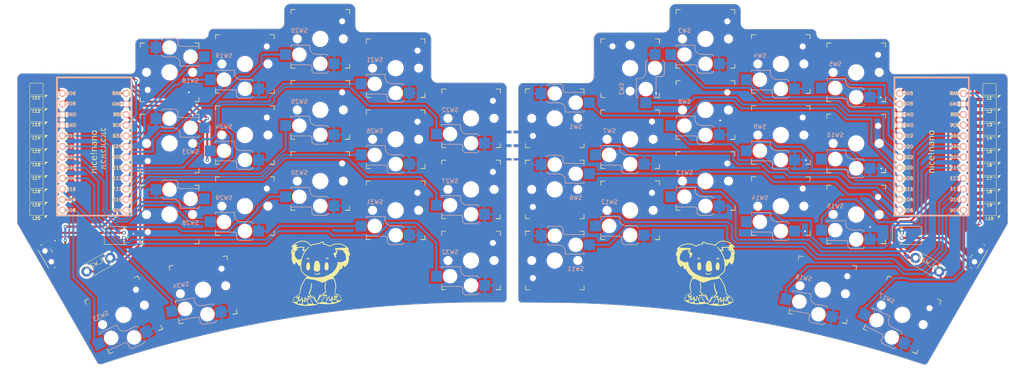
<source format=kicad_pcb>
(kicad_pcb (version 20221018) (generator pcbnew)
  (layers (0 "F.Cu" signal) (31 "B.Cu" signal) (34 "B.Paste" user) (35 "F.Paste" user) (36 "B.SilkS" user "B.Silkscreen") (37 "F.SilkS" user "F.Silkscreen") (38 "B.Mask" user) (39 "F.Mask" user) (44 "Edge.Cuts" user))
  (net 0 "")
  (net 1 "BAT+_L")
  (net 2 "GND_L")
  (net 3 "BAT+_R")
  (net 4 "GND_R")
  (net 5 "VCC_L")
  (net 6 "Net-(L1-DOUT)")
  (net 7 "LED_L")
  (net 8 "Net-(L2-DOUT)")
  (net 9 "Net-(L3-DOUT)")
  (net 10 "Net-(L4-DOUT)")
  (net 11 "Net-(L5-DOUT)")
  (net 12 "Net-(L6-DOUT)")
  (net 13 "Net-(L7-DOUT)")
  (net 14 "Net-(L8-DOUT)")
  (net 15 "Net-(L10-DIN)")
  (net 17 "VCC_R")
  (net 18 "Net-(L11-DOUT)")
  (net 19 "LED_R")
  (net 20 "Net-(L12-DOUT)")
  (net 21 "Net-(L13-DOUT)")
  (net 22 "Net-(L14-DOUT)")
  (net 23 "Net-(L15-DOUT)")
  (net 24 "Net-(L16-DOUT)")
  (net 25 "Net-(L17-DOUT)")
  (net 26 "Net-(L18-DOUT)")
  (net 27 "Net-(L19-DOUT)")
  (net 29 "BAT_SW_L")
  (net 35 "BAT_SW_R")
  (net 41 "RST_L")
  (net 42 "RST_R")
  (net 43 "SW1")
  (net 44 "SW2")
  (net 45 "SW3")
  (net 46 "SW4")
  (net 47 "SW5")
  (net 48 "SW6")
  (net 49 "SW7")
  (net 50 "SW8")
  (net 51 "SW9")
  (net 52 "SW10")
  (net 53 "SW11")
  (net 54 "SW12")
  (net 55 "SW13")
  (net 56 "SW14")
  (net 57 "SW15")
  (net 58 "SW16")
  (net 59 "SW17")
  (net 60 "SW18")
  (net 61 "SW19")
  (net 62 "SW20")
  (net 63 "SW21")
  (net 64 "SW22")
  (net 65 "SW23")
  (net 66 "SW24")
  (net 67 "SW27")
  (net 68 "SW28")
  (net 69 "SW29")
  (net 70 "SW30")
  (net 71 "SW33")
  (net 72 "SW34")
  (net 73 "SW25")
  (net 74 "SW32")
  (net 75 "SW26")
  (net 76 "SW31")
  (footprint "KoalaKeeb:SK6812-MINI-E" (layer "F.Cu") (at 46.2 70.8)
    (fp_text reference "L20")
    (fp_text value "~" hide)
  )
  (footprint "KoalaKeeb:Koalalogo" (layer "F.Cu") (at 114 86)
    (fp_text reference "G***" hide)
    (fp_text value "LOGO" hide)
  )
  (footprint "KoalaKeeb:SK6812-MINI-E" (layer "F.Cu") (at 273.85 48.45)
    (fp_text reference "L3")
    (fp_text value "~" hide)
  )
  (footprint "KoalaKeeb:Kailh_socket_PG1350" (layer "F.Cu") (at 242 55)
    (fp_text reference "SW10")
    (fp_text value "Switch_SW_Push")
  )
  (footprint "KoalaKeeb:JLC 2Pin" (layer "F.Cu") (at 67.096 77 -90)
    (fp_text reference "J2")
    (fp_text value "JLC_Battery_Con_R")
  )
  (footprint "KoalaKeeb:Kailh_socket_PG1350" (layer "F.Cu") (at 150 66)
    (fp_text reference "SW27")
    (fp_text value "Switch_SW_Push")
  )
  (footprint "KoalaKeeb:SK6812-MINI-E" (layer "F.Cu") (at 46.2 58)
    (fp_text reference "L16")
    (fp_text value "~" hide)
  )
  (footprint "KoalaKeeb:Kailh_socket_PG1350" (layer "F.Cu") (at 234 90 -10)
    (fp_text reference "SW16")
    (fp_text value "Switch_SW_Push")
  )
  (footprint "KoalaKeeb:SK6812-MINI-E" (layer "F.Cu") (at 46.2 54.8)
    (fp_text reference "L15")
    (fp_text value "~" hide)
  )
  (footprint "KoalaKeeb:SK6812-MINI-E" (layer "F.Cu") (at 273.85 67.65)
    (fp_text reference "L9")
    (fp_text value "~" hide)
  )
  (footprint "KoalaKeeb:SK6812-MINI-E" (layer "F.Cu") (at 273.85 42.05)
    (fp_text reference "L1")
    (fp_text value "~" hide)
  )
  (footprint "KoalaKeeb:Kailh_socket_PG1350" (layer "F.Cu") (at 132 37)
    (fp_text reference "SW21")
    (fp_text value "Switch_SW_Push")
  )
  (footprint "KoalaKeeb:TS-1136-4.3" (layer "F.Cu") (at 259 84 -30)
    (fp_text reference "RSW_L1")
    (fp_text value "Switch_SW_Push")
  )
  (footprint "KoalaKeeb:Kailh_socket_PG1350" (layer "F.Cu") (at 96 53)
    (fp_text reference "SW24")
    (fp_text value "Switch_SW_Push")
  )
  (footprint "KoalaKeeb:SK6812-MINI-E" (layer "F.Cu") (at 273.85 54.85)
    (fp_text reference "L5")
    (fp_text value "~" hide)
  )
  (footprint "KoalaKeeb:Kailh_socket_PG1350" (layer "F.Cu") (at 78 55 180)
    (fp_text reference "SW23")
    (fp_text value "Switch_SW_Push")
  )
  (footprint "KoalaKeeb:SK6812-MINI-E" (layer "F.Cu") (at 46.2 45.2)
    (fp_text reference "L12")
    (fp_text value "~" hide)
  )
  (footprint "KoalaKeeb:Kailh_socket_PG1350" (layer "F.Cu") (at 224 36)
    (fp_text reference "SW4")
    (fp_text value "Switch_SW_Push")
  )
  (footprint "KoalaKeeb:Kailh_socket_PG1350" (layer "F.Cu") (at 242 72)
    (fp_text reference "SW15")
    (fp_text value "Switch_SW_Push")
  )
  (footprint "KoalaKeeb:SK6812-MINI-E" (layer "F.Cu") (at 46.2 42)
    (fp_text reference "L11")
    (fp_text value "~" hide)
  )
  (footprint "KoalaKeeb:Kailh_socket_PG1350" (layer "F.Cu") (at 96 70)
    (fp_text reference "SW29")
    (fp_text value "Switch_SW_Push")
  )
  (footprint "KoalaKeeb:Kailh_socket_PG1350" (layer "F.Cu") (at 86 90 10)
    (fp_text reference "SW34")
    (fp_text value "Switch_SW_Push")
  )
  (footprint "KoalaKeeb:Kailh_socket_PG1350" (layer "F.Cu") (at 96 36)
    (fp_text reference "SW19")
    (fp_text value "Switch_SW_Push")
  )
  (footprint "KoalaKeeb:Kailh_socket_PG1350" (layer "F.Cu") (at 67 96 25)
    (fp_text reference "SW33")
    (fp_text value "Switch_SW_Push")
  )
  (footprint "KoalaKeeb:SK6812-MINI-E" (layer "F.Cu") (at 273.85 61.25)
    (fp_text reference "L7")
    (fp_text value "~" hide)
  )
  (footprint "KoalaKeeb:SK6812-MINI-E" (layer "F.Cu") (at 46.2 67.6)
    (fp_text reference "L19")
    (fp_text value "~" hide)
  )
  (footprint "KoalaKeeb:MSK12C02" (layer "F.Cu") (at 49 82 -60)
    (fp_text reference "power_switch_R1" hide)
    (fp_text value "MSK12C02" hide)
  )
  (footprint "KoalaKeeb:Kailh_socket_PG1350" (layer "F.Cu") (at 132 54)
    (fp_text reference "SW26")
    (fp_text value "Switch_SW_Push")
  )
  (footprint "KoalaKeeb:Kailh_socket_PG1350" (layer "F.Cu") (at 170 49 180)
    (fp_text reference "SW1")
    (fp_text value "Switch_SW_Push")
  )
  (footprint "KoalaKeeb:Kailh_socket_PG1350" (layer "F.Cu") (at 188 71)
    (fp_text reference "SW12")
    (fp_text value "Switch_SW_Push")
  )
  (footprint "KoalaKeeb:Kailh_socket_PG1350" (layer "F.Cu") (at 114 64)
    (fp_text reference "SW30")
    (fp_text value "Switch_SW_Push")
  )
  (footprint "KoalaKeeb:SK6812-MINI-E" (layer "F.Cu") (at 46.2 64.4)
    (fp_text reference "L18")
    (fp_text value "~" hide)
  )
  (footprint "KoalaKeeb:Kailh_socket_PG1350" (layer "F.Cu") (at 206 47)
    (fp_text reference "SW8")
    (fp_text value "Switch_SW_Push")
  )
  (footprint "KoalaKeeb:MSK12C02" (layer "F.Cu") (at 271 82 60)
    (fp_text reference "power_switch_L1" hide)
    (fp_text value "MSK12C02" hide)
  )
  (footprint "KoalaKeeb:SK6812-MINI-E" (layer "F.Cu") (at 46.2 48.4)
    (fp_text reference "L13")
    (fp_text value "~" hide)
  )
  (footprint "KoalaKeeb:Kailh_socket_PG1350" (layer "F.Cu") (at 253 96 -25)
    (fp_text reference "SW17")
    (fp_text value "Switch_SW_Push")
  )
  (footprint "KoalaKeeb:JLC 2Pin" (layer "F.Cu") (at 252.904 77 90)
    (fp_text reference "J1")
    (fp_text value "JLC_Battery_Con_L")
  )
  (footprint "KoalaKeeb:Kailh_socket_PG1350" (layer "F.Cu") (at 132 71)
    (fp_text reference "SW31")
    (fp_text value "Switch_SW_Push")
  )
  (footprint "KoalaKeeb:Kailh_socket_PG1350" (layer "F.Cu") (at 170 66 180)
    (fp_text reference "SW6")
    (fp_text value "Switch_SW_Push")
  )
  (footprint "KoalaKeeb:nice!nano" (layer "F.Cu") (at 260 57 -90)
    (fp_text reference "U1" hide)
    (fp_text value "Nice!Nano_L" hide)
  )
  (footprint "KoalaKeeb:Kailh_socket_PG1350" (layer "F.Cu") (at 206 64)
    (fp_text reference "SW13")
    (fp_text value "Switch_SW_Push")
  )
  (footprint "KoalaKeeb:Kailh_socket_PG1350" (layer "F.Cu") (at 206 30)
    (fp_text reference "SW3")
    (fp_text value "Switch_SW_Push")
  )
  (footprint "KoalaKeeb:SK6812-MINI-E" (layer "F.Cu") (at 273.85 58.05)
    (fp_text reference "L6")
    (fp_text value "~" hide)
  )
  (footprint "KoalaKeeb:Kailh_socket_PG1350" (layer "F.Cu") (at 242 38)
    (fp_text reference "SW5")
    (fp_text value "Switch_SW_Push")
  )
  (footprint "KoalaKeeb:Kailh_socket_PG1350" (layer "F.Cu") (at 78 72 180)
    (fp_text reference "SW28")
    (fp_text value "Switch_SW_Push")
  )
  (footprint "KoalaKeeb:Kailh_socket_PG1350" (layer "F.Cu") (at 224 70)
    (fp_text reference "SW14")
    (fp_text value "Switch_SW_Push")
  )
  (footprint "KoalaKeeb:Kailh_socket_PG1350" (layer "F.Cu") (at 150 83)
    (fp_text reference "SW32")
    (fp_text value "Switch_SW_Push")
  )
  (footprint "KoalaKeeb:SK6812-MINI-E" (layer "F.Cu") (at 46.2 51.6)
    (fp_text reference "L14")
    (fp_text value "~" hide)
  )
  (footprint "KoalaKeeb:Kailh_socket_PG1350" (layer "F.Cu") (at 188 37 90)
    (fp_text reference "SW2")
    (fp_text value "Switch_SW_Push")
  )
  (footprint "KoalaKeeb:Kailh_socket_PG1350" (layer "F.Cu") (at 78 38 180)
    (fp_text reference "SW18")
    (fp_text value "Switch_SW_Push")
  )
  (footprint "KoalaKeeb:TS-1136-4.3" (layer "F.Cu") (at 61 84 30)
    (fp_text reference "RSW_R1")
    (fp_text value "Switch_SW_Push")
  )
  (footprint "KoalaKeeb:nice!nano" (layer "F.Cu") (at 60 57 -90)
    (fp_text reference "U2" hide)
    (fp_text value "Nice!Nano_R" hide)
  )
  (footprint "KoalaKeeb:Kailh_socket_PG1350" (layer "F.Cu") (at 114 30)
    (fp_text reference "SW20")
    (fp_text value "Switch_SW_Push")
  )
  (footprint "KoalaKeeb:Kailh_socket_PG1350" (layer "F.Cu") (at 114 47)
    (fp_text reference "SW25")
    (fp_text value "Switch_SW_Push")
  )
  (footprint "KoalaKeeb:Kailh_socket_PG1350" (layer "F.Cu") (at 150 49)
    (fp_text reference "SW22")
    (fp_text value "Switch_SW_Push")
  )
  (footprint "KoalaKeeb:Kailh_socket_PG1350" (layer "F.Cu") (at 188 54)
    (fp_text reference "SW7")
    (fp_text value "Switch_SW_Push")
  )
  (footprint "KoalaKeeb:SK6812-MINI-E" (layer "F.Cu") (at 46.2 61.2)
    (fp_text reference "L17")
    (fp_text value "~" hide)
  )
  (footprint "KoalaKeeb:SK6812-MINI-E" (layer "F.Cu") (at 273.85 45.25)
    (fp_text reference "L2")
    (fp_text value "~" hide)
  )
  (footprint "KoalaKeeb:Kailh_socket_PG1350" (layer "F.Cu") (at 224 53)
    (fp_text reference "SW9")
    (fp_text value "Switch_SW_Push")
  )
  (footprint "KoalaKeeb:SK6812-MINI-E" (layer "F.Cu") (at 273.85 51.65)
    (fp_text reference "L4")
    (fp_text value "~" hide)
  )
  (footprint "KoalaKeeb:SK6812-MINI-E" (layer "F.Cu") (at 273.85 64.45)
    (fp_text reference "L8")
    (fp_text value "~" hide)
  )
  (footprint "KoalaKeeb:Koalalogo_mirrored" (layer "F.Cu") (at 206 86)
    (fp_text reference "G***" hide)
    (fp_text value "LOGO" hide)
  )
  (footprint "KoalaKeeb:SK6812-MINI-E" (layer "F.Cu") (at 273.85 70.85)
    (fp_text reference "L10")
    (fp_text value "~" hide)
  )
  (footprint "KoalaKeeb:Kailh_socket_PG1350" (layer "F.Cu") (at 170 83 180)
    (fp_text reference "SW11")
    (fp_text value "Switch_SW_Push")
  )
  (gr_arc (start 61.796928 107.790785) (mid 106.804796 96.741368) (end 153 93.026401) (stroke (width 0.1)) (layer "Edge.Cuts"))
  (gr_line (start 162.504783 40.554468) (end 177.804796 40.558632) (stroke (width 0.1)) (layer "Edge.Cuts"))
  (gr_arc (start 69.84731 31.151469) (mid 70.2 30.3) (end 71.051469 29.94731) (stroke (width 0.1)) (layer "Edge.Cuts"))
  (gr_line (start 158.5 51.9) (end 161.3 51.9) (stroke (width 0.1)) (layer "Edge.Cuts"))
  (gr_line (start 68.648531 38.35269) (end 42.851469 38.24731) (stroke (width 0.1)) (layer "Edge.Cuts"))
  (gr_line (start 158.5 52.6) (end 161.3 52.6) (stroke (width 0.1)) (layer "Edge.Cuts"))
  (gr_line (start 214.404796 23.158632) (end 214.404796 26.258632) (stroke (width 0.1)) (layer "Edge.Cuts"))
  (gr_line (start 158.504151 41.699995) (end 158.5 51.9) (stroke (width 0.1)) (layer "Edge.Cuts"))
  (gr_arc (start 197.404796 23.158632) (mid 197.844136 22.097972) (end 198.904796 21.658632) (stroke (width 0.1)) (layer "Edge.Cuts"))
  (gr_line (start 166.804796 93.085033) (end 162.104796 93.058632) (stroke (width 0.1)) (layer "Edge.Cuts"))
  (gr_line (start 120.9 21.6) (end 106.9 21.6) (stroke (width 0.1)) (layer "Edge.Cuts"))
  (gr_arc (start 259.164326 107.336615) (mid 258.685416 107.816997) (end 258.007868 107.849416) (stroke (width 0.1)) (layer "Edge.Cuts"))
  (gr_line (start 103.93934 27.601259) (end 88.5 27.6) (stroke (width 0.1)) (layer "Edge.Cuts"))
  (gr_line (start 278.157486 39.510101) (end 278.187891 74.058632) (stroke (width 0.1)) (layer "Edge.Cuts"))
  (gr_line (start 140.5 39) (end 140.5 30) (stroke (width 0.1)) (layer "Edge.Cuts"))
  (gr_line (start 158.5 59.1) (end 161.3 59.1) (stroke (width 0.1)) (layer "Edge.Cuts"))
  (gr_arc (start 138.918862 28.418862) (mid 140.036895 28.881967) (end 140.5 30) (stroke (width 0.1)) (layer "Edge.Cuts"))
  (gr_line (start 161.3 59.1) (end 161.308766 92.179029) (stroke (width 0.1)) (layer "Edge.Cuts"))
  (gr_arc (start 197.404796 26.958632) (mid 196.965456 28.019292) (end 195.904796 28.458632) (stroke (width 0.1)) (layer "Edge.Cuts"))
  (gr_arc (start 41.7 74.3) (mid 41.638062 74.155648) (end 41.616905 74) (stroke (width 0.1)) (layer "Edge.Cuts"))
  (gr_line (start 158.5 55.9) (end 161.3 55.9) (stroke (width 0.1)) (layer "Edge.Cuts"))
  (gr_line (start 161.3 55.9) (end 161.3 58.5) (stroke (width 0.1)) (layer "Edge.Cuts"))
  (gr_line (start 157.300013 40.495836) (end 142 40.5) (stroke (width 0.1)) (layer "Edge.Cuts"))
  (gr_arc (start 105.4 23.1) (mid 105.83934 22.03934) (end 106.9 21.6) (stroke (width 0.1)) (layer "Edge.Cuts"))
  (gr_arc (start 162.104796 93.058632) (mid 161.511634 92.795436) (end 161.308766 92.179029) (stroke (width 0.1)) (layer "Edge.Cuts"))
  (gr_arc (start 215.865456 27.659891) (mid 214.853397 27.252933) (end 214.404796 26.258632) (stroke (width 0.1)) (layer "Edge.Cuts"))
  (gr_arc (start 179.304796 30.058632) (mid 179.767901 28.940599) (end 180.885934 28.477494) (stroke (width 0.1)) (layer "Edge.Cuts"))
  (gr_line (start 69.84731 31.151469) (end 69.85269 37.148531) (stroke (width 0.1)) (layer "Edge.Cuts"))
  (gr_line (start 161.3 52.6) (end 161.3 55.2) (stroke (width 0.1)) (layer "Edge.Cuts"))
  (gr_line (start 105.4 23.1) (end 105.4 26.2) (stroke (width 0.1)) (layer "Edge.Cuts"))
  (gr_arc (start 161.300645 41.758627) (mid 161.653323 40.90716) (end 162.504783 40.554468) (stroke (width 0.1)) (layer "Edge.Cuts"))
  (gr_line (start 251.156265 38.411322) (end 276.953327 38.305942) (stroke (width 0.1)) (layer "Edge.Cuts"))
  (gr_line (start 158.5 58.5) (end 158.5 55.9) (stroke (width 0.1)) (layer "Edge.Cuts"))
  (gr_line (start 259.164327 107.336616) (end 278.104796 74.358632) (stroke (width 0.1)) (layer "Edge.Cuts"))
  (gr_arc (start 41.64731 39.451469) (mid 42 38.6) (end 42.851469 38.24731) (stroke (width 0.1)) (layer "Edge.Cuts"))
  (gr_arc (start 233.756265 30.055534) (mid 232.891922 29.707908) (end 232.508955 28.858632) (stroke (width 0.1)) (layer "Edge.Cuts"))
  (gr_arc (start 158.49603 92.120397) (mid 158.293162 92.736804) (end 157.7 93) (stroke (width 0.1)) (layer "Edge.Cuts"))
  (gr_arc (start 157.300013 40.495836) (mid 158.151475 40.84853) (end 158.504151 41.699995) (stroke (width 0.1)) (layer "Edge.Cuts"))
  (gr_line (start 153 93.026401) (end 157.7 93) (stroke (width 0.1)) (layer "Edge.Cuts"))
  (gr_line (start 233.756265 30.055534) (end 248.753327 30.005942) (stroke (width 0.1)) (layer "Edge.Cuts"))
  (gr_arc (start 212.904796 21.658632) (mid 213.965456 22.097972) (end 214.404796 23.158632) (stroke (width 0.1)) (layer "Edge.Cuts"))
  (gr_line (start 161.3 58.5) (end 158.5 58.5) (stroke (width 0.1)) (layer "Edge.Cuts"))
  (gr_line (start 161.3 55.2) (end 158.5 55.2) (stroke (width 0.1)) (layer "Edge.Cuts"))
  (gr_line (start 197.404796 26.958632) (end 197.404796 23.158632) (stroke (width 0.1)) (layer "Edge.Cuts"))
  (gr_arc (start 166.804796 93.085033) (mid 213 96.8) (end 258.007868 107.849417) (stroke (width 0.1)) (layer "Edge.Cuts"))
  (gr_arc (start 231.304796 27.654473) (mid 232.156265 28.007163) (end 232.508955 28.858632) (stroke (width 0.1)) (layer "Edge.Cuts"))
  (gr_line (start 122.4 26.9) (end 122.4 23.1) (stroke (width 0.1)) (layer "Edge.Cuts"))
  (gr_arc (start 69.85269 37.148531) (mid 69.5 38) (end 68.648531 38.35269) (stroke (width 0.1)) (layer "Edge.Cuts"))
  (gr_arc (start 276.953327 38.305942) (mid 277.804796 38.658632) (end 278.157486 39.510101) (stroke (width 0.1)) (layer "Edge.Cuts"))
  (gr_arc (start 120.9 21.6) (mid 121.96066 22.03934) (end 122.4 23.1) (stroke (width 0.1)) (layer "Edge.Cuts"))
  (gr_arc (start 248.753327 30.005942) (mid 249.604796 30.358632) (end 249.957486 31.210101) (stroke (width 0.1)) (layer "Edge.Cuts"))
  (gr_line (start 161.300645 41.758627) (end 161.3 51.9) (stroke (width 0.1)) (layer "Edge.Cuts"))
  (gr_line (start 198.904796 21.658632) (end 212.904796 21.658632) (stroke (width 0.1)) (layer "Edge.Cuts"))
  (gr_line (start 41.64731 39.451469) (end 41.616905 74) (stroke (width 0.1)) (layer "Edge.Cuts"))
  (gr_line (start 249.957486 31.210101) (end 249.952106 37.207163) (stroke (width 0.1)) (layer "Edge.Cuts"))
  (gr_line (start 60.640469 107.277984) (end 41.7 74.3) (stroke (width 0.1)) (layer "Edge.Cuts"))
  (gr_arc (start 123.9 28.4) (mid 122.83934 27.96066) (end 122.4 26.9) (stroke (width 0.1)) (layer "Edge.Cuts"))
  (gr_arc (start 87.295841 28.8) (mid 87.648531 27.948531) (end 88.5 27.595841) (stroke (width 0.1)) (layer "Edge.Cuts"))
  (gr_arc (start 142 40.5) (mid 140.93934 40.06066) (end 140.5 39) (stroke (width 0.1)) (layer "Edge.Cuts"))
  (gr_line (start 158.5 55.2) (end 158.5 52.6) (stroke (width 0.1)) (layer "Edge.Cuts"))
  (gr_arc (start 179.304796 39.058632) (mid 178.865456 40.119292) (end 177.804796 40.558632) (stroke (width 0.1)) (layer "Edge.Cuts"))
  (gr_arc (start 105.4 26.2) (mid 104.951399 27.194301) (end 103.93934 27.601259) (stroke (width 0.1)) (layer "Edge.Cuts"))
  (gr_line (start 180.885934 28.477494) (end 195.904796 28.458632) (stroke (width 0.1)) (layer "Edge.Cuts"))
  (gr_arc (start 87.295841 28.8) (mid 86.912874 29.649276) (end 86.048531 29.996902) (stroke (width 0.1)) (layer "Edge.Cuts"))
  (gr_line (start 179.304796 39.058632) (end 179.304796 30.058632) (stroke (width 0.1)) (layer "Edge.Cuts"))
  (gr_line (start 215.865456 27.659891) (end 231.304796 27.658632) (stroke (width 0.1)) (layer "Edge.Cuts"))
  (gr_arc (start 61.796928 107.790784) (mid 61.11938 107.758365) (end 60.64047 107.277983) (stroke (width 0.1)) (layer "Edge.Cuts"))
  (gr_arc (start 278.187891 74.058632) (mid 278.166734 74.21428) (end 278.104796 74.358632) (stroke (width 0.1)) (layer "Edge.Cuts"))
  (gr_line (start 138.918862 28.418862) (end 123.9 28.4) (stroke (width 0.1)) (layer "Edge.Cuts"))
  (gr_line (start 158.49603 92.120397) (end 158.5 59.1) (stroke (width 0.1)) (layer "Edge.Cuts"))
  (gr_line (start 86.048531 29.996902) (end 71.051469 29.94731) (stroke (width 0.1)) (layer "Edge.Cuts"))
  (gr_arc (start 251.156265 38.411322) (mid 250.304796 38.058632) (end 249.952106 37.207163) (stroke (width 0.1)) (layer "Edge.Cuts"))
  (gr_text "JLCJLCJLCJLC" (at 62.8 61.5 90) (layer "F.SilkS") (effects (font (size 1 1)) (justify left bottom)))
  (segment (start 262.874296 77.625) (end 268.272853 83.023557) (width 0.5) (layer "F.Cu") (net 1))
  (segment (start 252.904 77.625) (end 262.874296 77.625) (width 0.5) (layer "F.Cu") (net 1))
  (via (at 229.8 76) (size 0.8) (drill 0.4) (layers "F.Cu" "B.Cu") (net 2))
  (via (at 209.5 49.5) (size 0.8) (drill 0.4) (layers "F.Cu" "B.Cu") (net 2))
  (via (at 245.3 75) (size 0.8) (drill 0.4) (layers "F.Cu" "B.Cu") (net 2))
  (via (at 230 59) (size 0.8) (drill 0.4) (layers "F.Cu" "B.Cu") (net 2))
  (via (at 194.2 43) (size 0.8) (drill 0.4) (layers "F.Cu" "B.Cu") (net 2))
  (via (at 247.8 44) (size 0.8) (drill 0.4) (layers "F.Cu" "B.Cu") (net 2))
  (via (at 248 61) (size 0.8) (drill 0.4) (layers "F.Cu" "B.Cu") (net 2))
  (segment (start 52.22859 76.375) (end 49.477147 79.126443) (width 0.5) (layer "F.Cu") (net 3))
  (segment (start 67.096 76.375) (end 52.22859 76.375) (width 0.5) (layer "F.Cu") (net 3))
  (segment (start 69.6 78.8) (end 69.6 76.8) (width 0.5) (layer "F.Cu") (net 4))
  (segment (start 69.6 76.8) (end 69.4 76.6) (width 0.5) (layer "F.Cu") (net 4))
  (segment (start 48.75 42.75) (end 49 43) (width 0.5) (layer "F.Cu") (net 4))
  (segment (start 68 80.4) (end 69.6 78.8) (width 0.5) (layer "F.Cu") (net 4))
  (via (at 69.4 76.6) (size 0.8) (drill 0.4) (layers "F.Cu" "B.Cu") (net 4))
  (via (at 68 80.4) (size 0.8) (drill 0.4) (layers "F.Cu" "B.Cu") (net 4))
  (via (at 82.6 42.8) (size 0.8) (drill 0.4) (layers "F.Cu" "B.Cu") (net 4))
  (segment (start 153.275 53.275) (end 153.275 54.95) (width 0.5) (layer "B.Cu") (net 4))
  (segment (start 68.102208 77.625) (end 69.127208 76.6) (width 0.5) (layer "B.Cu") (net 4))
  (segment (start 69.127208 76.6) (end 69.4 76.6) (width 0.5) (layer "B.Cu") (net 4))
  (segment (start 67.096 77.625) (end 68.102208 77.625) (width 0.5) (layer "B.Cu") (net 4))
  (segment (start 269.9 66.9) (end 269.8 66.8) (width 0.5) (layer "F.Cu") (net 5))
  (segment (start 269.8 47.6) (end 269.8 50.65) (width 0.5) (layer "F.Cu") (net 5))
  (segment (start 271.3 47.7) (end 269.9 47.7) (width 0.5) (layer "F.Cu") (net 5))
  (segment (start 271.3 63.7) (end 269.9 63.7) (width 0.5) (layer "F.Cu") (net 5))
  (segment (start 269.9 54.1) (end 269.8 54) (width 0.5) (layer "F.Cu") (net 5))
  (segment (start 271.3 60.5) (end 269.9 60.5) (width 0.5) (layer "F.Cu") (net 5))
  (segment (start 271.3 66.9) (end 269.9 66.9) (width 0.5) (layer "F.Cu") (net 5))
  (segment (start 271.3 54.1) (end 269.9 54.1) (width 0.5) (layer "F.Cu") (net 5))
  (segment (start 269.95 41.3) (end 269.8 41.45) (width 0.5) (layer "F.Cu") (net 5))
  (segment (start 269.8 54) (end 269.8 57.2) (width 0.5) (layer "F.Cu") (net 5))
  (segment (start 269.8 44.4) (end 269.8 47.6) (width 0.5) (layer "F.Cu") (net 5))
  (segment (start 271.3 50.9) (end 271.05 50.65) (width 0.5) (layer "F.Cu") (net 5))
  (segment (start 267.62 50.65) (end 269.8 50.65) (width 0.5) (layer "F.Cu") (net 5))
  (segment (start 269.9 60.5) (end 269.8 60.4) (width 0.5) (layer "F.Cu") (net 5))
  (segment (start 269.8 50.65) (end 269.8 54) (width 0.5) (layer "F.Cu") (net 5))
  (segment (start 269.8 60.4) (end 269.8 63.8) (width 0.5) (layer "F.Cu") (net 5))
  (segment (start 269.9 63.7) (end 269.8 63.8) (width 0.5) (layer "F.Cu") (net 5))
  (segment (start 271.3 41.3) (end 269.95 41.3) (width 0.5) (layer "F.Cu") (net 5))
  (segment (start 269.9 57.3) (end 269.8 57.2) (width 0.5) (layer "F.Cu") (net 5))
  (segment (start 269.8 66.8) (end 269.8 69.95) (width 0.5) (layer "F.Cu") (net 5))
  (segment (start 269.8 63.8) (end 269.8 66.8) (width 0.5) (layer "F.Cu") (net 5))
  (segment (start 269.8 69.95) (end 269.95 70.1) (width 0.5) (layer "F.Cu") (net 5))
  (segment (start 269.9 44.5) (end 269.8 44.4) (width 0.5) (layer "F.Cu") (net 5))
  (segment (start 269.9 47.7) (end 269.8 47.6) (width 0.5) (layer "F.Cu") (net 5))
  (segment (start 269.95 70.1) (end 271.3 70.1) (width 0.5) (layer "F.Cu") (net 5))
  (segment (start 269.8 57.2) (end 269.8 60.4) (width 0.5) (layer "F.Cu") (net 5))
  (segment (start 271.3 44.5) (end 269.9 44.5) (width 0.5) (layer "F.Cu") (net 5))
  (segment (start 269.8 41.45) (end 269.8 44.4) (width 0.5) (layer "F.Cu") (net 5))
  (segment (start 271.05 50.65) (end 269.8 50.65) (width 0.5) (layer "F.Cu") (net 5))
  (segment (start 271.3 57.3) (end 269.9 57.3) (width 0.5) (layer "F.Cu") (net 5))
  (segment (start 275.54 44.5) (end 276.4 44.5) (width 0.5) (layer "F.Cu") (net 6))
  (segment (start 271.3 42.8) (end 273.84 42.8) (width 0.5) (layer "F.Cu") (net 6))
  (segment (start 273.84 42.8) (end 275.54 44.5) (width 0.5) (layer "F.Cu") (net 6))
  (segment (start 252.38 43.03) (end 255.81 39.6) (width 0.5) (layer "F.Cu") (net 7))
  (segment (start 255.81 39.6) (end 274.7 39.6) (width 0.5) (layer "F.Cu") (net 7))
  (segment (start 274.7 39.6) (end 276.4 41.3) (width 0.5) (layer "F.Cu") (net 7))
  (segment (start 271.3 46) (end 273.84 46) (width 0.5) (layer "F.Cu") (net 8))
  (segment (start 273.84 46) (end 275.54 47.7) (width 0.5) (layer "F.Cu") (net 8))
  (segment (start 275.54 47.7) (end 276.4 47.7) (width 0.5) (layer "F.Cu") (net 8))
  (segment (start 275.54 50.9) (end 276.4 50.9) (width 0.5) (layer "F.Cu") (net 9))
  (segment (start 273.84 49.2) (end 275.54 50.9) (width 0.5) (layer "F.Cu") (net 9))
  (segment (start 271.3 49.2) (end 273.84 49.2) (width 0.5) (layer "F.Cu") (net 9))
  (segment (start 271.3 52.4) (end 273.84 52.4) (width 0.5) (layer "F.Cu") (net 10))
  (segment (start 273.84 52.4) (end 275.54 54.1) (width 0.5) (layer "F.Cu") (net 10))
  (segment (start 275.54 54.1) (end 276.4 54.1) (width 0.5) (layer "F.Cu") (net 10))
  (segment (start 273.84 55.6) (end 275.54 57.3) (width 0.5) (layer "F.Cu") (net 11))
  (segment (start 275.54 57.3) (end 276.4 57.3) (width 0.5) (layer "F.Cu") (net 11))
  (segment (start 271.3 55.6) (end 273.84 55.6) (width 0.5) (layer "F.Cu") (net 11))
  (segment (start 273.84 58.8) (end 275.54 60.5) (width 0.5) (layer "F.Cu") (net 12))
  (segment (start 271.3 58.8) (end 273.84 58.8) (width 0.5) (layer "F.Cu") (net 12))
  (segment (start 275.54 60.5) (end 276.4 60.5) (width 0.5) (layer "F.Cu") (net 12))
  (segment (start 271.3 62) (end 273.84 62) (width 0.5) (layer "F.Cu") (net 13))
  (segment (start 273.84 62) (end 275.54 63.7) (width 0.5) (layer "F.Cu") (net 13))
  (segment (start 275.54 63.7) (end 276.4 63.7) (width 0.5) (layer "F.Cu") (net 13))
  (segment (start 271.3 65.2) (end 273.84 65.2) (width 0.5) (layer "F.Cu") (net 14))
  (segment (start 273.84 65.2) (end 275.54 66.9) (width 0.5) (layer "F.Cu") (net 14))
  (segment (start 275.54 66.9) (end 276.4 66.9) (width 0.5) (layer "F.Cu") (net 14))
  (segment (start 271.3 68.4) (end 273.84 68.4) (width 0.5) (layer "F.Cu") (net 15))
  (segment (start 273.84 68.4) (end 275.54 70.1) (width 0.5) (layer "F.Cu") (net 15))
  (segment (start 275.54 70.1) (end 276.4 70.1) (width 0.5) (layer "F.Cu") (net 15))
  (segment (start 42 42) (end 42 43) (width 0.5) (layer "F.Cu") (net 17))
  (segment (start 42 63.35) (end 42 62) (width 0.5) (layer "F.Cu") (net 17))
  (segment (start 42.3 63.65) (end 42 63.35) (width 0.5) (layer "F.Cu") (net 17))
  (segment (start 42 53.26) (end 42 51) (width 0.5) (layer "F.Cu") (net 17))
  (segment (start 43.65 66.85) (end 42.85 66.85) (width 0.5) (layer "F.Cu") (net 17))
  (segment (start 42 51) (end 42 54) (width 0.5) (layer "F.Cu") (net 17))
  (segment (start 42 47.35) (end 42 46) (width 0.5) (layer "F.Cu") (net 17))
  (segment (start 42 59) (end 42 62) (width 0.5) (layer "F.Cu") (net 17))
  (segment (start 42.75 41.25) (end 42 42) (width 0.5) (layer "F.Cu") (net 17))
  (segment (start 43.65 57.25) (end 42.79 57.25) (width 0.5) (layer "F.Cu") (net 17))
  (segment (start 42.79 54.05) (end 42 53.26) (width 0.5) (layer "F.Cu") (net 17))
  (segment (start 43.65 44.45) (end 42.3 44.45) (width 0.5) (layer "F.Cu") (net 17))
  (segment (start 42 70) (end 42.05 70.05) (width 0.5) (layer "F.Cu") (net 17))
  (segment (start 43.65 47.65) (end 42.3 47.65) (width 0.5) (layer "F.Cu") (net 17))
  (segment (start 42.85 66.85) (end 42 66) (width 0.5) (layer "F.Cu") (net 17))
  (segment (start 42 46) (end 42 49) (width 0.5) (layer "F.Cu") (net 17))
  (segment (start 42.05 70.05) (end 43.65 70.05) (width 0.5) (layer "F.Cu") (net 17))
  (segment (start 43.65 54.05) (end 42.79 54.05) (width 0.5) (layer "F.Cu") (net 17))
  (segment (start 42 66) (end 42 62) (width 0.5) (layer "F.Cu") (net 17))
  (segment (start 42 56.46) (end 42 54) (width 0.5) (layer "F.Cu") (net 17))
  (segment (start 43.65 41.25) (end 42.75 41.25) (width 0.5) (layer "F.Cu") (net 17))
  (segment (start 42 44.15) (end 42 43) (width 0.5) (layer "F.Cu") (net 17))
  (segment (start 42 43) (end 42 46) (width 0.5) (layer "F.Cu") (net 17))
  (segment (start 70 40) (end 69 39) (width 0.5) (layer "F.Cu") (net 17))
  (segment (start 42 66) (end 42 70) (width 0.5) (layer "F.Cu") (net 17))
  (segment (start 42 54) (end 42 59) (width 0.5) (layer "F.Cu") (net 17))
  (segment (start 42.3 60.45) (end 42 60.15) (width 0.5) (layer "F.Cu") (net 17))
  (segment (start 43.65 60.45) (end 42.3 60.45) (width 0.5) (layer "F.Cu") (net 17))
  (segment (start 42 50) (end 42 49) (width 0.5) (layer "F.Cu") (net 17))
  (segment (start 42.79 57.25) (end 42 56.46) (width 0.5) (layer "F.Cu") (net 17))
  (segment (start 42.85 50.85) (end 42 50) (width 0.5) (layer "F.Cu") (net 17))
  (segment (start 42.3 47.65) (end 42 47.35) (width 0.5) (layer "F.Cu") (net 17))
  (segment (start 42 49) (end 42 51) (width 0.5) (layer "F.Cu") (net 17))
  (segment (start 69 39) (end 45.9 39) (width 0.5) (layer "F.Cu") (net 17))
  (segment (start 42 60.15) (end 42 59) (width 0.5) (layer "F.Cu") (net 17))
  (segment (start 42.3 44.45) (end 42 44.15) (width 0.5) (layer "F.Cu") (net 17))
  (segment (start 43.65 63.65) (end 42.3 63.65) (width 0.5) (layer "F.Cu") (net 17))
  (segment (start 43.65 50.85) (end 42.85 50.85) (width 0.5) (layer "F.Cu") (net 17))
  (segment (start 45.9 39) (end 43.65 41.25) (width 0.5) (layer "F.Cu") (net 17))
  (via (at 70 40) (size 0.8) (drill 0.4) (layers "F.Cu" "B.Cu") (net 17))
  (segment (start 67.62 50.65) (end 70 48.27) (width 0.5) (layer "B.Cu") (net 17))
  (segment (start 70 48.27) (end 70 40) (width 0.5) (layer "B.Cu") (net 17))
  (segment (start 46.99 44.45) (end 48.75 44.45) (width 0.25) (layer "F.Cu") (net 18))
  (segment (start 43.65 42.75) (end 45.29 42.75) (width 0.25) (layer "F.Cu") (net 18))
  (segment (start 45.29 42.75) (end 46.99 44.45) (width 0.25) (layer "F.Cu") (net 18))
  (segment (start 50.6 41.25) (end 48.75 41.25) (width 0.5) (layer "F.Cu") (net 19))
  (segment (start 52.38 43.03) (end 50.6 41.25) (width 0.5) (layer "F.Cu") (net 19))
  (segment (start 43.65 45.95) (end 45.49 45.95) (width 0.25) (layer "F.Cu") (net 20))
  (segment (start 47.19 47.65) (end 48.75 47.65) (width 0.25) (layer "F.Cu") (net 20))
  (segment (start 45.49 45.95) (end 47.19 47.65) (width 0.25) (layer "F.Cu") (net 20))
  (segment (start 47.14 50.85) (end 48.75 50.85) (width 0.25) (layer "F.Cu") (net 21))
  (segment (start 43.65 49.15) (end 45.44 49.15) (width 0.25) (layer "F.Cu") (net 21))
  (segment (start 45.44 49.15) (end 47.14 50.85) (width 0.25) (layer "F.Cu") (net 21))
  (segment (start 45.38 52.35) (end 47.08 54.05) (width 0.25) (layer "F.Cu") (net 22))
  (segment (start 47.08 54.05) (end 48.75 54.05) (width 0.25) (layer "F.Cu") (net 22))
  (segment (start 43.65 52.35) (end 45.38 52.35) (width 0.25) (layer "F.Cu") (net 22))
  (segment (start 45.43 55.55) (end 47.13 57.25) (width 0.25) (layer "F.Cu") (net 23))
  (segment (start 47.13 57.25) (end 48.75 57.25) (width 0.25) (layer "F.Cu") (net 23))
  (segment (start 43.65 55.55) (end 45.43 55.55) (width 0.25) (layer "F.Cu") (net 23))
  (segment (start 47.23 60.45) (end 48.75 60.45) (width 0.25) (layer "F.Cu") (net 24))
  (segment (start 45.53 58.75) (end 47.23 60.45) (width 0.25) (layer "F.Cu") (net 24))
  (segment (start 43.65 58.75) (end 45.53 58.75) (width 0.25) (layer "F.Cu") (net 24))
  (segment (start 45.56 61.95) (end 47.26 63.65) (width 0.25) (layer "F.Cu") (net 25))
  (segment (start 47.26 63.65) (end 48.75 63.65) (width 0.25) (layer "F.Cu") (net 25))
  (segment (start 43.65 61.95) (end 45.56 61.95) (width 0.25) (layer "F.Cu") (net 25))
  (segment (start 43.65 65.15) (end 45.63 65.15) (width 0.25) (layer "F.Cu") (net 26))
  (segment (start 47.33 66.85) (end 48.75 66.85) (width 0.25) (layer "F.Cu") (net 26))
  (segment (start 45.63 65.15) (end 47.33 66.85) (width 0.25) (layer "F.Cu") (net 26))
  (segment (start 45.44 68.35) (end 47.14 70.05) (width 0.25) (layer "F.Cu") (net 27))
  (segment (start 47.14 70.05) (end 48.75 70.05) (width 0.25) (layer "F.Cu") (net 27))
  (segment (start 43.65 68.35) (end 45.44 68.35) (width 0.25) (layer "F.Cu") (net 27))
  (segment (start 268.8 79.452628) (end 269.772853 80.425481) (width 0.5) (layer "F.Cu") (net 29))
  (segment (start 268.8 76.6) (end 268.8 79.452628) (width 0.5) (layer "F.Cu") (net 29))
  (segment (start 269 76.6) (end 268.8 76.6) (width 0.5) (layer "F.Cu") (net 29))
  (segment (start 271.6 74) (end 269 76.6) (width 0.5) (layer "F.Cu") (net 29))
  (via (at 271.6 74) (size 0.8) (drill 0.4) (layers "F.Cu" "B.Cu") (net 29))
  (segment (start 271.6 44.2) (end 271.6 74) (width 0.5) (layer "B.Cu") (net 29))
  (segment (start 267.62 43.03) (end 270.43 43.03) (width 0.5) (layer "B.Cu") (net 29))
  (segment (start 270.43 43.03) (end 271.6 44.2) (width 0.5) (layer "B.Cu") (net 29))
  (segment (start 66.03 43.03) (end 66 43) (width 0.5) (layer "F.Cu") (net 35))
  (segment (start 65 44) (end 65 72) (width 0.5) (layer "F.Cu") (net 35))
  (segment (start 53.1 74.9) (end 62.1 74.9) (width 0.5) (layer "F.Cu") (net 35))
  (segment (start 62.1 74.9) (end 65 72) (width 0.5) (layer "F.Cu") (net 35))
  (segment (start 67.62 43.03) (end 66.03 43.03) (width 0.5) (layer "F.Cu") (net 35))
  (segment (start 53.1 79.601666) (end 50.977147 81.724519) (width 0.5) (layer "F.Cu") (net 35))
  (segment (start 53.1 78.2) (end 53.1 79.601666) (width 0.5) (layer "F.Cu") (net 35))
  (segment (start 66 43) (end 65 44) (width 0.5) (layer "F.Cu") (net 35))
  (via (at 53.1 78.2) (size 0.8) (drill 0.4) (layers "F.Cu" "B.Cu") (net 35))
  (via (at 53.1 74.9) (size 0.8) (drill 0.4) (layers "F.Cu" "B.Cu") (net 35))
  (segment (start 53.1 74.9) (end 53.1 78.2) (width 0.5) (layer "B.Cu") (net 35))
  (segment (start 264 48.6) (end 264.49 48.11) (width 0.5) (layer "F.Cu") (net 41))
  (segment (start 264 64.6) (end 264 48.6) (width 0.5) (layer "F.Cu") (net 41))
  (segment (start 264.49 48.11) (end 267.62 48.11) (width 0.5) (layer "F.Cu") (net 41))
  (segment (start 251 75.2) (end 252.6 73.6) (width 0.5) (layer "F.Cu") (net 41))
  (segment (start 251 78.6) (end 251 75.2) (width 0.5) (layer "F.Cu") (net 41))
  (segment (start 252.6 73.6) (end 255 73.6) (width 0.5) (layer "F.Cu") (net 41))
  (segment (start 256.185417 82.375) (end 254.775 82.375) (width 0.5) (layer "F.Cu") (net 41))
  (segment (start 254.775 82.375) (end 251 78.6) (width 0.5) (layer "F.Cu") (net 41))
  (segment (start 255 73.6) (end 264 64.6) (width 0.5) (layer "F.Cu") (net 41))
  (segment (start 71 51.49) (end 67.62 48.11) (width 0.5) (layer "F.Cu") (net 42))
  (segment (start 71 79) (end 71 51.49) (width 0.5) (layer "F.Cu") (net 42))
  (segment (start 64.375 85.625) (end 71 79) (width 0.5) (layer "F.Cu") (net 42))
  (segment (start 58.185417 85.625) (end 64.375 85.625) (width 0.5) (layer "F.Cu") (net 42))
  (segment (start 201.517324 48.3509) (end 181.3759 48.3509) (width 0.5) (layer "B.Cu") (net 43))
  (segment (start 245.6 55.010461) (end 245.6 49.2) (width 0.5) (layer "B.Cu") (net 43))
  (segment (start 205.082724 44.7855) (end 201.517324 48.3509) (width 0.5) (layer "B.Cu") (net 43))
  (segment (start 251.399539 60.81) (end 245.6 55.010461) (width 0.5) (layer "B.Cu") (net 43))
  (segment (start 239.654416 49.2) (end 237.054416 46.6) (width 0.5) (layer "B.Cu") (net 43))
  (segment (start 212.712708 44.7855) (end 205.082724 44.7855) (width 0.5) (layer "B.Cu") (net 43))
  (segment (start 245.6 49.2) (end 239.654416 49.2) (width 0.5) (layer "B.Cu") (net 43))
  (segment (start 237.054416 46.6) (end 214.527208 46.6) (width 0.5) (layer "B.Cu") (net 43))
  (segment (start 214.527208 46.6) (end 212.712708 44.7855) (width 0.5) (layer "B.Cu") (net 43))
  (segment (start 252.38 60.81) (end 251.399539 60.81) (width 0.5) (layer "B.Cu") (net 43))
  (segment (start 181.3759 48.3509) (end 178.275 45.25) (width 0.5) (layer "B.Cu") (net 43))
  (segment (start 213.2 44) (end 214.9 45.7) (width 0.5) (layer "B.Cu") (net 44))
  (segment (start 214.9 45.7) (end 237.427208 45.7) (width 0.5) (layer "B.Cu") (net 44))
  (segment (start 203.4 44) (end 213.2 44) (width 0.5) (layer "B.Cu") (net 44))
  (segment (start 248.5 48.3) (end 248.5 54.008515) (width 0.5) (layer "B.Cu") (net 44))
  (segment (start 203.4 44) (end 202.125 45.275) (width 0.5) (layer "B.Cu") (net 44))
  (segment (start 202.125 45.275) (end 191.75 45.275) (width 0.5) (layer "B.Cu") (net 44))
  (segment (start 248.5 54.008515) (end 252.38 57.888515) (width 0.5) (layer "B.Cu") (net 44))
  (segment (start 240.027208 48.3) (end 248.5 48.3) (width 0.5) (layer "B.Cu") (net 44))
  (segment (start 237.427208 45.7) (end 240.027208 48.3) (width 0.5) (layer "B.Cu") (net 44))
  (segment (start 252.38 57.888515) (end 252.38 58.27) (width 0.5) (layer "B.Cu") (net 44))
  (segment (start 216.402208 41.7) (end 219.502208 44.8) (width 0.5) (layer "B.Cu") (net 45))
  (segment (start 237.8 44.8) (end 240.4 47.4) (width 0.5) (layer "B.Cu") (net 45))
  (segment (start 205.675 41.7) (end 216.402208 41.7) (width 0.5) (layer "B.Cu") (net 45))
  (segment (start 219.502208 44.8) (end 237.8 44.8) (width 0.5) (layer "B.Cu") (net 45))
  (segment (start 249.7 53.05) (end 252.38 55.73) (width 0.5) (layer "B.Cu") (net 45))
  (segment (start 249.7 47.4) (end 249.7 53.05) (width 0.5) (layer "B.Cu") (net 45))
  (segment (start 240.4 47.4) (end 249.7 47.4) (width 0.5) (layer "B.Cu") (net 45))
  (segment (start 197.725 33.75) (end 205.675 41.7) (width 0.5) (layer "B.Cu") (net 45))
  (segment (start 219.925 43.95) (end 238.75 43.95) (width 0.5) (layer "B.Cu") (net 46))
  (segment (start 241.2 46.4) (end 250.6 46.4) (width 0.5) (layer "B.Cu") (net 46))
  (segment (start 250.6 46.4) (end 250.6 51.41) (width 0.5) (layer "B.Cu") (net 46))
  (segment (start 238.75 43.95) (end 241.2 46.4) (width 0.5) (layer "B.Cu") (net 46))
  (segment (start 215.725 39.75) (end 219.925 43.95) (width 0.5) (layer "B.Cu") (net 46))
  (segment (start 250.6 51.41) (end 252.38 53.19) (width 0.5) (layer "B.Cu") (net 46))
  (segment (start 248.8 43.4) (end 250.97 45.57) (width 0.5) (layer "B.Cu") (net 47))
  (segment (start 235.725 39.75) (end 239.15 39.75) (width 0.5) (layer "B.Cu") (net 47))
  (segment (start 233.725 41.75) (end 235.725 39.75) (width 0.5) (layer "B.Cu") (net 47))
  (segment (start 240.4 41) (end 248.8 41) (width 0.5) (layer "B.Cu") (net 47))
  (segment (start 248.8 41) (end 248.8 43.4) (width 0.5) (layer "B.Cu") (net 47))
  (segment (start 239.15 39.75) (end 240.4 41) (width 0.5) (layer "B.Cu") (net 47))
  (segment (start 250.97 45.57) (end 252.38 45.57) (width 0.5) (layer "B.Cu") (net 47))
  (segment (start 219.7855 61.7855) (end 222.2 64.2) (width 0.5) (layer "B.Cu") (net 48))
  (segment (start 250.412433 72.4) (end 255.8 72.4) (width 0.5) (layer "B.Cu") (net 48))
  (segment (start 240 67.2) (end 245.4 67.2) (width 0.5) (layer "B.Cu") (net 48))
  (segment (start 255.8 57) (end 259.61 53.19) (width 0.5) (layer "B.Cu") (net 48))
  (segment (start 245.4 67.2) (end 245.4 67.387567) (width 0.5) (layer "B.Cu") (net 48))
  (segment (start 245.4 67.387567) (end 250.412433 72.4) (width 0.5) (layer "B.Cu") (net 48))
  (segment (start 205.082724 61.7855) (end 219.7855 61.7855) (width 0.5) (layer "B.Cu") (net 48))
  (segment (start 222.2 64.2) (end 237 64.2) (width 0.5) (layer "B.Cu") (net 48))
  (segment (start 255.8 72.4) (end 255.8 57) (width 0.5) (layer "B.Cu") (net 48))
  (segment (start 178.275 62.25) (end 204.618224 62.25) (width 0.5) (layer "B.Cu") (net 48))
  (segment (start 237 64.2) (end 240 67.2) (width 0.5) (layer "B.Cu") (net 48))
  (segment (start 204.618224 62.25) (end 205.082724 61.7855) (width 0.5) (layer "B.Cu") (net 48))
  (segment (start 259.61 53.19) (end 267.62 53.19) (width 0.5) (layer "B.Cu") (net 48))
  (segment (start 179.725 57.75) (end 181.725 55.75) (width 0.5) (layer "B.Cu") (net 49))
  (segment (start 213.702208 59.9) (end 219.2 59.9) (width 0.5) (layer "B.Cu") (net 49))
  (segment (start 240.2 65.6) (end 247.01 65.6) (width 0.5) (layer "B.Cu") (net 49))
  (segment (start 237.6 63) (end 240.2 65.6) (width 0.5) (layer "B.Cu") (net 49))
  (segment (start 187.80462 56.936396) (end 212.663604 56.936396) (width 0.5) (layer "B.Cu") (net 49))
  (segment (start 219.2 59.9) (end 221.2 61.9) (width 0.5) (layer "B.Cu") (net 49))
  (segment (start 181.725 55.75) (end 186.618224 55.75) (width 0.5) (layer "B.Cu") (net 49))
  (segment (start 186.618224 55.75) (end 187.80462 56.936396) (width 0.5) (layer "B.Cu") (net 49))
  (segment (start 212.663604 58.861396) (end 213.702208 59.9) (width 0.5) (layer "B.Cu") (net 49))
  (segment (start 247.01 65.6) (end 252.38 70.97) (width 0.5) (layer "B.Cu") (net 49))
  (segment (start 221.2 61.9) (end 224.827208 61.9) (width 0.5) (layer "B.Cu") (net 49))
  (segment (start 212.663604 56.936396) (end 212.663604 58.861396) (width 0.5) (layer "B.Cu") (net 49))
  (segment (start 225.927208 63) (end 237.6 63) (width 0.5) (layer "B.Cu") (net 49))
  (segment (start 224.827208 61.9) (end 225.927208 63) (width 0.5) (layer "B.Cu") (net 49))
  (segment (start 226.3 62.1) (end 238.4 62.1) (width 0.5) (layer "B.Cu") (net 50))
  (segment (start 238.4 62.1) (end 241 64.7) (width 0.5) (layer "B.Cu") (net 50))
  (segment (start 221.8 61) (end 225.2 61) (width 0.5) (layer "B.Cu") (net 50))
  (segment (start 214.075 59) (end 219.8 59) (width 0.5) (layer "B.Cu") (net 50))
  (segment (start 212.2 55.2) (end 213.775 56.775) (width 0.5) (layer "B.Cu") (net 50))
  (segment (start 248.65 64.7) (end 252.38 68.43) (width 0.5) (layer "B.Cu") (net 50))
  (segment (start 197.725 50.75) (end 202.175 55.2) (width 0.5) (layer "B.Cu") (net 50))
  (segment (start 213.775 58.7) (end 214.075 59) (width 0.5) (layer "B.Cu") (net 50))
  (segment (start 202.175 55.2) (end 212.2 55.2) (width 0.5) (layer "B.Cu") (net 50))
  (segment (start 225.2 61) (end 226.3 62.1) (width 0.5) (layer "B.Cu") (net 50))
  (segment (start 213.775 56.775) (end 213.775 58.7) (width 0.5) (layer "B.Cu") (net 50))
  (segment (start 219.8 59) (end 221.8 61) (width 0.5) (layer "B.Cu") (net 50))
  (segment (start 241 64.7) (end 248.65 64.7) (width 0.5) (layer "B.Cu") (net 50))
  (segment (start 217.725 54.75) (end 221.95 54.75) (width 0.5) (layer "B.Cu") (net 51))
  (segment (start 250.29 63.8) (end 252.38 65.89) (width 0.5) (layer "B.Cu") (net 51))
  (segment (start 231.4 58.2) (end 231.4 61.2) (width 0.5) (layer "B.Cu") (net 51))
  (segment (start 215.725 56.75) (end 217.725 54.75) (width 0.5) (layer "B.Cu") (net 51))
  (segment (start 239.4 61.2) (end 242 63.8) (width 0.5) (layer "B.Cu") (net 51))
  (segment (start 229 55.8) (end 231.4 58.2) (width 0.5) (layer "B.Cu") (net 51))
  (segment (start 223 55.8) (end 229 55.8) (width 0.5) (layer "B.Cu") (net 51))
  (segment (start 242 63.8) (end 250.29 63.8) (width 0.5) (layer "B.Cu") (net 51))
  (segment (start 221.95 54.75) (end 223 55.8) (width 0.5) (layer "B.Cu") (net 51))
  (segment (start 231.4 61.2) (end 239.4 61.2) (width 0.5) (layer "B.Cu") (net 51))
  (segment (start 235.725 56.75) (end 240.618224 56.75) (width 0.5) (layer "B.Cu") (net 52))
  (segment (start 240.618224 56.75) (end 242.868224 59) (width 0.5) (layer "B.Cu") (net 52))
  (segment (start 233.725 58.75) (end 235.725 56.75) (width 0.5) (layer "B.Cu") (net 52))
  (segment (start 242.868224 59) (end 248.03 59) (width 0.5) (layer "B.Cu") (net 52))
  (segment (start 248.03 59) (end 252.38 63.35) (width 0.5) (layer "B.Cu") (net 52))
  (segment (start 211.027208 74.7) (end 211.163604 74.836396) (width 0.5) (layer "B.Cu") (net 53))
  (segment (start 253.575 85.175) (end 257.897792 85.175) (width 0.5) (layer "B.Cu") (net 53))
  (segment (start 262.6 70.91) (end 267.62 65.89) (width 0.5) (layer "B.Cu") (net 53))
  (segment (start 182.871573 79.25) (end 187.421573 74.7) (width 0.5) (layer "B.Cu") (net 53))
  (segment (start 232.4 82.6) (end 251 82.6) (width 0.5) (layer "B.Cu") (net 53))
  (segment (start 178.275 79.25) (end 182.871573 79.25) (width 0.5) (layer "B.Cu") (net 53))
  (segment (start 212.954416 79.7) (end 229.3 79.7) (width 0.5) (layer "B.Cu") (net 53))
  (segment (start 257.897792 85.175) (end 262.6 80.472792) (width 0.5) (layer "B.Cu") (net 53))
  (segment (start 187.421573 74.7) (end 211.027208 74.7) (width 0.5) (layer "B.Cu") (net 53))
  (segment (start 211.163604 74.836396) (end 211.163604 77.909188) (width 0.5) (layer "B.Cu") (net 53))
  (segment (start 229.3 79.7) (end 229.4 79.6) (width 0.5) (layer "B.Cu") (net 53))
  (segment (start 251 82.6) (end 253.575 85.175) (width 0.5) (layer "B.Cu") (net 53))
  (segment (start 262.6 80.472792) (end 262.6 70.91) (width 0.5) (layer "B.Cu") (net 53))
  (segment (start 229.4 79.6) (end 232.4 82.6) (width 0.5) (layer "B.Cu") (net 53))
  (segment (start 211.163604 77.909188) (end 212.954416 79.7) (width 0.5) (layer "B.Cu") (net 53))
  (segment (start 186.8 73.8) (end 211.4 73.8) (width 0.5) (layer "B.Cu") (net 54))
  (segment (start 252.2 81.7) (end 254.775 84.275) (width 0.5) (layer "B.Cu") (net 54))
  (segment (start 212.3 74.7) (end 212.3 77.772792) (width 0.5) (layer "B.Cu") (net 54))
  (segment (start 182.1241 72.3509) (end 185.3509 72.3509) (width 0.5) (layer "B.Cu") (net 54))
  (segment (start 211.4 73.8) (end 212.3 74.7) (width 0.5) (layer "B.Cu") (net 54))
  (segment (start 185.3509 72.3509) (end 186.8 73.8) (width 0.5) (layer "B.Cu") (net 54))
  (segment (start 212.3 77.772792) (end 213.327208 78.8) (width 0.5) (layer "B.Cu") (net 54))
  (segment (start 179.725 74.75) (end 182.1241 72.3509) (width 0.5) (layer "B.Cu") (net 54))
  (segment (start 230 78.8) (end 232.9 81.7) (width 0.5) (layer "B.Cu") (net 54))
  (segment (start 261.8 80) (end 261.8 69.17) (width 0.5) (layer "B.Cu") (net 54))
  (segment (start 232.9 81.7) (end 252.2 81.7) (width 0.5) (layer "B.Cu") (net 54))
  (segment (start 261.8 69.17) (end 267.62 63.35) (width 0.5) (layer "B.Cu") (net 54))
  (segment (start 213.327208 78.8) (end 230 78.8) (width 0.5) (layer "B.Cu") (net 54))
  (segment (start 257.525 84.275) (end 261.8 80) (width 0.5) (layer "B.Cu") (net 54))
  (segment (start 254.775 84.275) (end 257.525 84.275) (width 0.5) (layer "B.Cu") (net 54))
  (segment (start 209.825 66.6) (end 213.2 69.975) (width 0.5) (layer "B.Cu") (net 55))
  (segment (start 213.2 77.4) (end 213.825 78.025) (width 0.5) (layer "B.Cu") (net 55))
  (segment (start 197.725 67.75) (end 200.1241 65.3509) (width 0.5) (layer "B.Cu") (net 55))
  (segment (start 258.6 76.6) (end 258.6 62.8) (width 0.5) (layer "B.Cu") (net 55))
  (segment (start 248.6 80.8) (end 254.4 80.8) (width 0.5) (layer "B.Cu") (net 55))
  (segment (start 204.219124 65.3509) (end 205.468224 66.6) (width 0.5) (layer "B.Cu") (net 55))
  (segment (start 233.652208 80.85) (end 248.55 80.85) (width 0.5) (layer "B.Cu") (net 55))
  (segment (start 260.19 60.81) (end 267.62 60.81) (width 0.5) (layer "B.Cu") (net 55))
  (segment (start 248.55 80.85) (end 248.6 80.8) (width 0.5) (layer "B.Cu") (net 55))
  (segment (start 254.4 80.8) (end 258.6 76.6) (width 0.5) (layer "B.Cu") (net 55))
  (segment (start 213.825 78.025) (end 230.827208 78.025) (width 0.5) (layer "B.Cu") (net 55))
  (segment (start 258.6 62.8) (end 258.4 62.6) (width 0.5) (layer "B.Cu") (net 55))
  (segment (start 200.1241 65.3509) (end 204.219124 65.3509) (width 0.5) (layer "B.Cu") (net 55))
  (segment (start 205.468224 66.6) (end 209.825 66.6) (width 0.5) (layer "B.Cu") (net 55))
  (segment (start 258.4 62.6) (end 260.19 60.81) (width 0.5) (layer "B.Cu") (net 55))
  (segment (start 230.827208 78.025) (end 233.652208 80.85) (width 0.5) (layer "B.Cu") (net 55))
  (segment (start 213.2 69.975) (end 213.2 77.4) (width 0.5) (layer "B.Cu") (net 55))
  (segment (start 217.725 71.75) (end 222.55 71.75) (width 0.5) (layer "B.Cu") (net 56))
  (segment (start 256.872792 74.6) (end 257.6 73.872792) (width 0.5) (layer "B.Cu") (net 56))
  (segment (start 257.6 73.872792) (end 257.6 61.6) (width 0.5) (layer "B.Cu") (net 56))
  (segment (start 231.2 77.125) (end 234.025 79.95) (width 0.5) (layer "B.Cu") (net 56))
  (segment (start 222.55 71.75) (end 224.2 73.4) (width 0.5) (layer "B.Cu") (net 56))
  (segment (start 234.025 79.95) (end 248.65 79.95) (width 0.5) (layer "B.Cu") (net 56))
  (segment (start 260.93 58.27) (end 267.62 58.27) (width 0.5) (layer "B.Cu") (net 56))
  (segment (start 257.6 61.6) (end 260.93 58.27) (width 0.5) (layer "B.Cu") (net 56))
  (segment (start 215.725 73.75) (end 217.725 71.75) (width 0.5) (layer "B.Cu") (net 56))
  (segment (start 224.2 73.4) (end 231.2 73.4) (width 0.5) (layer "B.Cu") (net 56))
  (segment (start 250.4 78.2) (end 250.4 74.6) (width 0.5) (layer "B.Cu") (net 56))
  (segment (start 231.2 73.4) (end 231.2 77.125) (width 0.5) (layer "B.Cu") (net 56))
  (segment (start 250.4 74.6) (end 256.872792 74.6) (width 0.5) (layer "B.Cu") (net 56))
  (segment (start 248.65 79.95) (end 250.4 78.2) (width 0.5) (layer "B.Cu") (net 56))
  (segment (start 233.725 72.864539) (end 238.189539 68.4) (width 0.5) (layer "B.Cu") (net 57))
  (segment (start 256.7 73.5) (end 256.7 59) (width 0.5) (layer "B.Cu") (net 57))
  (segment (start 259.97 55.73) (end 267.62 55.73) (width 0.5) (layer "B.Cu") (net 57))
  (segment (start 241.989539 68.4) (end 247.389539 73.8) (width 0.5) (layer "B.Cu") (net 57))
  (segment (start 256.4 73.8) (end 256.7 73.5) (width 0.5) (layer "B.Cu") (net 57))
  (segment (start 238.189539 68.4) (end 241.989539 68.4) (width 0.5) (layer "B.Cu") (net 57))
  (segment (start 233.725 75.75) (end 233.725 72.864539) (width 0.5) (layer "B.Cu") (net 57))
  (segment (start 256.7 59) (end 259.97 55.73) (width 0.5) (layer "B.Cu") (net 57))
  (segment (start 247.389539 73.8) (end 256.4 73.8) (width 0.5) (layer "B.Cu") (net 57))
  (segment (start 253.327208 86.2) (end 258.145584 86.2) (width 0.5) (layer "B.Cu") (net 58))
  (segment (start 230.4 84.4) (end 251.527208 84.4) (width 0.5) (layer "B.Cu") (net 58))
  (segment (start 225.199535 92.25609) (end 225.199535 89.600465) (width 0.5) (layer "B.Cu") (net 58))
  (segment (start 263.472792 80.872792) (end 263.472792 72.577208) (width 0.5) (layer "B.Cu") (net 58))
  (segment (start 251.527208 84.4) (end 253.327208 86.2) (width 0.5) (layer "B.Cu") (net 58))
  (segment (start 258.145584 86.2) (end 263.472792 80.872792) (width 0.5) (layer "B.Cu") (net 58))
  (segment (start 225.199535 89.600465) (end 230.4 84.4) (width 0.5) (layer "B.Cu") (net 58))
  (segment (start 263.472792 72.577208) (end 267.62 68.43) (width 0.5) (layer "B.Cu") (net 58))
  (segment (start 243.915485 95.901488) (end 243.915485 94.467097) (width 0.5) (layer "B.Cu") (net 59))
  (segment (start 267.62 85.18) (end 267.62 70.97) (width 0.5) (layer "B.Cu") (net 59))
  (segment (start 243.915485 94.467097) (end 251.182582 87.2) (width 0.5) (layer "B.Cu") (net 59))
  (segment (start 254.525 87.525) (end 265.275 87.525) (width 0.5) (layer "B.Cu") (net 59))
  (segment (start 254.2 87.2) (end 254.525 87.525) (width 0.5) (layer "B.Cu") (net 59))
  (segment (start 251.182582 87.2) (end 254.2 87.2) (width 0.5) (layer "B.Cu") (net 59))
  (segment (start 265.275 87.525) (end 267.62 85.18) (width 0.5) (layer "B.Cu") (net 59))
  (segment (start 71 52) (end 71 48.131776) (width 0.5) (layer "B.Cu") (net 60))
  (segment (start 71 48.131776) (end 82 37.131776) (width 0.5) (layer "B.Cu") (net 60))
  (segment (start 84.275 36.25) (end 86.275 34.25) (width 0.5) (layer "B.Cu") (net 60))
  (segment (start 67.62 53.19) (end 69.81 53.19) (width 0.5) (layer "B.Cu") (net 60))
  (segment (start 69.81 53.19) (end 71 52) (width 0.5) (layer "B.Cu") (net 60))
  (segment (start 82 37.131776) (end 82 37) (width 0.5) (layer "B.Cu") (net 60))
  (segment (start 82 37) (end 82.75 36.25) (width 0.5) (layer "B.Cu") (net 60))
  (segment (start 82.75 36.25) (end 84.275 36.25) (width 0.5) (layer "B.Cu") (net 60))
  (segment (start 81.25 39.75) (end 87.725 39.75) (width 0.5) (layer "B.Cu") (net 61))
  (segment (start 67.62 55.73) (end 69.35 54) (width 0.5) (layer "B.Cu") (net 61))
  (segment (start 72 52) (end 72 48.275) (width 0.5) (layer "B.Cu") (net 61))
  (segment (start 79.275 41) (end 80 41) (width 0.5) (layer "B.Cu") (net 61))
  (segment (start 70 54) (end 72 52) (width 0.5) (layer "B.Cu") (net 61))
  (segment (start 69.35 54) (end 70 54) (width 0.5) (layer "B.Cu") (net 61))
  (segment (start 80 41) (end 81.25 39.75) (width 0.5) (layer "B.Cu") (net 61))
  (segment (start 72 48.275) (end 79.275 41) (width 0.5) (layer "B.Cu") (net 61))
  (segment (start 68.89 57) (end 67.62 58.27) (width 0.5) (layer "B.Cu") (net 62))
  (segment (start 88 45.578427) (end 88 46) (width 0.5) (layer "B.Cu") (net 62))
  (segment (start 85 46) (end 79 52) (width 0.5) (layer "B.Cu") (net 62))
  (segment (start 100 34) (end 100 36) (width 0.5) (layer "B.Cu") (net 62))
  (segment (start 74 57) (end 68.89 57) (width 0.5) (layer "B.Cu") (net 62))
  (segment (start 74 54) (end 74 57) (width 0.5) (layer "B.Cu") (net 62))
  (segment (start 105.725 33.75) (end 100.25 33.75) (width 0.5) (layer "B.Cu") (net 62))
  (segment (start 100 36) (end 97 39) (width 0.5) (layer "B.Cu") (net 62))
  (segment (start 88 46) (end 85 46) (width 0.5) (layer "B.Cu") (net 62))
  (segment (start 94.578427 39) (end 88 45.578427) (width 0.5) (layer "B.Cu") (net 62))
  (segment (start 76 52) (end 74 54) (width 0.5) (layer "B.Cu") (net 62))
  (segment (start 97 39) (end 94.578427 39) (width 0.5) (layer "B.Cu") (net 62))
  (segment (start 100.25 33.75) (end 100 34) (width 0.5) (layer "B.Cu") (net 62))
  (segment (start 79 52) (end 76 52) (width 0.5) (layer "B.Cu") (net 62))
  (segment (start 105.25 40.75) (end 102 44) (width 0.5) (layer "B.Cu") (net 63))
  (segment (start 88 54) (end 86 54) (width 0.5) (layer "B.Cu") (net 63))
  (segment (start 89 53) (end 88 54) (width 0.5) (layer "B.Cu") (net 63))
  (segment (start 123.725 40.75) (end 105.25 40.75) (width 0.5) (layer "B.Cu") (net 63))
  (segment (start 85 57) (end 81.19 60.81) (width 0.5) (layer "B.Cu") (net 63))
  (segment (start 89 46) (end 89 53) (width 0.5) (layer "B.Cu") (net 63))
  (segment (start 81.19 60.81) (end 67.62 60.81) (width 0.5) (layer "B.Cu") (net 63))
  (segment (start 102 45) (end 90 45) (width 0.5) (layer "B.Cu") (net 63))
  (segment (start 90 45) (end 89 46) (width 0.5) (layer "B.Cu") (net 63))
  (segment (start 86 54) (end 85 55) (width 0.5) (layer "B.Cu") (net 63))
  (segment (start 102 44) (end 102 45) (width 0.5) (layer "B.Cu") (net 63))
  (segment (start 85 55) (end 85 57) (width 0.5) (layer "B.Cu") (net 63))
  (segment (start 91 51) (end 93 53) (width 0.5) (layer "B.Cu") (net 64))
  (segment (start 103 44.989949) (end 102.289949 45.7) (width 0.5) (layer "B.Cu") (net 64))
  (segment (start 90 51) (end 91 51) (width 0.5) (layer "B.Cu") (net 64))
  (segment (start 141.725 48.725) (end 139 46) (width 0.5) (layer "B.Cu") (net 64))
  (segment (start 93 58) (end 89.49 61.51) (width 0.5) (layer "B.Cu") (net 64))
  (segment (start 69.46 61.51) (end 67.62 63.35) (width 0.5) (layer "B.Cu") (net 64))
  (segment (start 125.55 46) (end 121 41.45) (width 0.5) (layer "B.Cu") (net 64))
  (segment (start 102.289949 45.7) (end 90.3 45.7) (width 0.5) (layer "B.Cu") (net 64))
  (segment (start 89.7 46.3) (end 89.7 50.7) (width 0.5) (layer "B.Cu") (net 64))
  (segment (start 105.55 41.45) (end 103 44) (width 0.5) (layer "B.Cu") (net 64))
  (segment (start 90.3 45.7) (end 89.7 46.3) (width 0.5) (layer "B.Cu") (net 64))
  (segment (start 89.49 61.51) (end 69.46 61.51) (width 0.5) (layer "B.Cu") (net 64))
  (segment (start 121 41.45) (end 105.55 41.45) (width 0.5) (layer "B.Cu") (net 64))
  (segment (start 93 53) (end 93 58) (width 0.5) (layer "B.Cu") (net 64))
  (segment (start 139 46) (end 125.55 46) (width 0.5) (layer "B.Cu") (net 64))
  (segment (start 141.725 52.75) (end 141.725 48.725) (width 0.5) (layer "B.Cu") (net 64))
  (segment (start 103 44) (end 103 44.989949) (width 0.5) (layer "B.Cu") (net 64))
  (segment (start 89.7 50.7) (end 90 51) (width 0.5) (layer "B.Cu") (net 64))
  (segment (start 73 45) (end 83 45) (width 0.5) (layer "F.Cu") (net 65))
  (segment (start 57.95 40) (end 68 40) (width 0.5) (layer "F.Cu") (net 65))
  (segment (start 83 45) (end 87 49) (width 0.5) (layer "F.Cu") (net 65))
  (segment (start 52.38 45.57) (end 57.95 40) (width 0.5) (layer "F.Cu") (net 65))
  (segment (start 68 40) (end 73 45) (width 0.5) (layer "F.Cu") (net 65))
  (via (at 87 49) (size 0.8) (drill 0.4) (layers "F.Cu" "B.Cu") (net 65))
  (segment (start 86.275 51.25) (end 86.275 49.725) (width 0.5) (layer "B.Cu") (net 65))
  (segment (start 86.275 49.725) (end 87 49) (width 0.5) (layer "B.Cu") (net 65))
  (segment (start 68 41) (end 72 45) (width 0.5) (layer "F.Cu") (net 66))
  (segment (start 72 46) (end 83 46) (width 0.5) (layer "F.Cu") (net 66))
  (segment (start 83 46) (end 83 47) (width 0.5) (layer "F.Cu") (net 66))
  (segment (start 52.38 68.43) (end 54.57 68.43) (width 0.5) (layer "F.Cu") (net 66))
  (segment (start 59 41) (end 68 41) (width 0.5) (layer "F.Cu") (net 66))
  (segment (start 54.57 68.43) (end 56 67) (width 0.5) (layer "F.Cu") (net 66))
  (segment (start 83 47) (end 87 51) (width 0.5) (layer "F.Cu") (net 66))
  (segment (start 72 45) (end 72 46) (width 0.5) (layer "F.Cu") (net 66))
  (segment (start 87 51) (end 87 59) (width 0.5) (layer "F.Cu") (net 66))
  (segment (start 56 67) (end 56 44) (width 0.5) (layer "F.Cu") (net 66))
  (segment (start 56 44) (end 59 41) (width 0.5) (layer "F.Cu") (net 66))
  (via (at 87 59) (size 0.8) (drill 0.4) (layers "F.Cu" "B.Cu") (net 66))
  (segment (start 87 59) (end 87 57.475) (width 0.5) (layer "B.Cu") (net 66))
  (segment (start 87 57.475) (end 87.725 56.75) (width 0.5) (layer "B.Cu") (net 66))
  (segment (start 100.28995 63.7) (end 105.539949 58.45) (width 0.5) (layer "B.Cu") (net 67))
  (segment (start 138 63) (end 141.725 66.725) (width 0.5) (layer "B.Cu") (net 67))
  (segment (start 105.539949 58.45) (end 120.45 58.45) (width 0.5) (layer "B.Cu") (net 67))
  (segment (start 71.019975 66.019975) (end 73.33995 63.7) (width 0.5) (layer "B.Cu") (net 67))
  (segment (start 141.725 66.725) (end 141.725 69.75) (width 0.5) (layer "B.Cu") (net 67))
  (segment (start 67.62 70.97) (end 71.019975 67.570025) (width 0.5) (layer "B.Cu") (net 67))
  (segment (start 125 63) (end 138 63) (width 0.5) (layer "B.Cu") (net 67))
  (segment (start 120.45 58.45) (end 125 63) (width 0.5) (layer "B.Cu") (net 67))
  (segment (start 71.019975 67.570025) (end 71.019975 66.019975) (width 0.5) (layer "B.Cu") (net 67))
  (segment (start 73.33995 63.7) (end 100.28995 63.7) (width 0.5) (layer "B.Cu") (net 67))
  (segment (start 61 53) (end 60.81 53.19) (width 0.5) (layer "B.Cu") (net 68))
  (segment (start 60.81 53.19) (end 52.38 53.19) (width 0.5) (layer "B.Cu") (net 68))
  (segment (start 66 73) (end 64 71) (width 0.5) (layer "B.Cu") (net 68))
  (segment (start 86.275 68.25) (end 85.828427 68.25) (width 0.5) (layer "B.Cu") (net 68))
  (segment (start 71 69.465672) (end 67.465672 73) (width 0.5) (layer "B.Cu") (net 68))
  (segment (start 71 69) (end 71 69.465672) (width 0.5) (layer "B.Cu") (net 68))
  (segment (start 80 69) (end 71 69) (width 0.5) (layer "B.Cu") (net 68))
  (segment (start 83.828427 70.25) (end 81.25 70.25) (width 0.5) (layer "B.Cu") (net 68))
  (segment (start 85.828427 68.25) (end 83.828427 70.25) (width 0.5) (layer "B.Cu") (net 68))
  (segment (start 81.25 70.25) (end 80 69) (width 0.5) (layer "B.Cu") (net 68))
  (segment (start 64 71) (end 64 56) (width 0.5) (layer "B.Cu") (net 68))
  (segment (start 67.465672 73) (end 66 73) (width 0.5) (layer "B.Cu") (net 68))
  (segment (start 64 56) (end 61 53) (width 0.5) (layer "B.Cu") (net 68))
  (segment (start 82.75 73.75) (end 82 73) (width 0.5) (layer "B.Cu") (net 69))
  (segment (start 82 72.868224) (end 78.917276 69.7855) (width 0.5) (layer "B.Cu") (net 69))
  (segment (start 82 73) (end 82 72.868224) (width 0.5) (layer "B.Cu") (net 69))
  (segment (start 78.917276 69.7855) (end 71.670122 69.7855) (width 0.5) (layer "B.Cu") (net 69))
  (segment (start 62.73 55.73) (end 52.38 55.73) (width 0.5) (layer "B.Cu") (net 69))
  (segment (start 63 71) (end 63 56) (width 0.5) (layer "B.Cu") (net 69))
  (segment (start 67.755622 73.7) (end 65.7 73.7) (width 0.5) (layer "B.Cu") (net 69))
  (segment (start 63 56) (end 62.73 55.73) (width 0.5) (layer "B.Cu") (net 69))
  (segment (start 87.725 73.75) (end 82.75 73.75) (width 0.5) (layer "B.Cu") (net 69))
  (segment (start 65.7 73.7) (end 63 71) (width 0.5) (layer "B.Cu") (net 69))
  (segment (start 71.670122 69.7855) (end 67.755622 73.7) (width 0.5) (layer "B.Cu") (net 69))
  (segment (start 92 76) (end 81 76) (width 0.5) (layer "B.Cu") (net 70))
  (segment (start 62 71) (end 62.3 70.7) (width 0.5) (layer "B.Cu") (net 70))
  (segment (start 80 75) (end 66 75) (width 0.5) (layer "B.Cu") (net 70))
  (segment (start 66 75) (end 62 71) (width 0.5) (layer "B.Cu") (net 70))
  (segment (start 94.05 73.95) (end 92 76) (width 0.5) (layer "B.Cu") (net 70))
  (segment (start 99 71) (end 96.05 73.95) (width 0.5) (layer "B.Cu") (net 70))
  (segment (start 96.05 73.95) (end 94.05 73.95) (width 0.5) (layer "B.Cu") (net 70))
  (segment (start 105.725 67.75) (end 101.839539 67.75) (width 0.5) (layer "B.Cu") (net 70))
  (segment (start 62.3 70.7) (end 62.3 64) (width 0.5) (layer "B.Cu") (net 70))
  (segment (start 62.3 64) (end 56.57 58.27) (width 0.5) (layer "B.Cu") (net 70))
  (segment (start 101.839539 67.75) (end 99 70.589539) (width 0.5) (layer "B.Cu") (net 70))
  (segment (start 56.57 58.27) (end 52.38 58.27) (width 0.5) (layer "B.Cu") (net 70))
  (segment (start 99 70.589539) (end 99 71) (width 0.5) (layer "B.Cu") (net 70))
  (segment (start 81 76) (end 80 75) (width 0.5) (layer "B.Cu") (net 70))
  (segment (start 55 87) (end 60 92) (width 0.5) (layer "B.Cu") (net 71))
  (segment (start 54.92 70.97) (end 52.38 70.97) (width 0.5) (layer "B.Cu") (net 71))
  (segment (start 60 92) (end 60 101.810698) (width 0.5) (layer "B.Cu") (net 71))
  (segment (start 55 71.05) (end 54.92 70.97) (width 0.5) (layer "B.Cu") (net 71))
  (segment (start 55 87) (end 55 71.05) (width 0.5) (layer "B.Cu") (net 71))
  (segment (start 60 101.810698) (end 61.085122 102.89582) (width 0.5) (layer "B.Cu") (net 71))
  (segment (start 52.38 65.89) (end 52.38 66.38) (width 0.5) (layer "B.Cu") (net 72))
  (segment (start 52.38 66.38) (end 78.501897 92.501897) (width 0.5) (layer "B.Cu") (net 72))
  (segment (start 78.501897 92.501897) (end 78.501897 95.129968) (width 0.5) (layer "B.Cu") (net 72))
  (segment (start 99.79 62.21) (end 71.3 62.21) (width 0.5) (layer "B.Cu") (net 73))
  (segment (start 71.3 62.21) (end 67.62 65.89) (width 0.5) (layer "B.Cu") (net 73))
  (segment (start 105.725 56.275) (end 99.79 62.21) (width 0.5) (layer "B.Cu") (net 73))
  (segment (start 105.725 50.75) (end 105.725 56.275) (width 0.5) (layer "B.Cu") (net 73))
  (segment (start 100.98995 79) (end 70 79) (width 0.5) (layer "B.Cu") (net 74))
  (segment (start 117 77) (end 116 76) (width 0.5) (layer "B.Cu") (net 74))
  (segment (start 60 65) (end 58.35 63.35) (width 0.5) (layer "B.Cu") (net 74))
  (segment (start 69.725 79.275) (end 66.275 79.275) (width 0.5) (layer "B.Cu") (net 74))
  (segment (start 103.98995 76) (end 100.98995 79) (width 0.5) (layer "B.Cu") (net 74))
  (segment (start 58.35 63.35) (end 52.38 63.35) (width 0.5) (layer "B.Cu") (net 74))
  (segment (start 60 73) (end 60 65) (width 0.5) (layer "B.Cu") (net 74))
  (segment (start 137 74) (end 130 74) (width 0.5) (layer "B.Cu") (net 74))
  (segment (start 70 79) (end 69.725 79.275) (width 0.5) (layer "B.Cu") (net 74))
  (segment (start 130 74) (end 130 74.578427) (width 0.5) (layer "B.Cu") (net 74))
  (segment (start 141.725 78.725) (end 137 74) (width 0.5) (layer "B.Cu") (net 74))
  (segment (start 130 74.578427) (end 127.578427 77) (width 0.5) (layer "B.Cu") (net 74))
  (segment (start 116 76) (end 103.98995 76) (width 0.5) (layer "B.Cu") (net 74))
  (segment (start 66.275 79.275) (end 60 73) (width 0.5) (layer "B.Cu") (net 74))
  (segment (start 141.725 86.75) (end 141.725 78.725) (width 0.5) (layer "B.Cu") (net 74))
  (segment (start 127.578427 77) (end 117 77) (width 0.5) (layer "B.Cu") (net 74))
  (segment (start 100 63) (end 73.05 63) (width 0.5) (layer "B.Cu") (net 75))
  (segment (start 123.725 57.75) (end 105.25 57.75) (width 0.5) (layer "B.Cu") (net 75))
  (segment (start 105.25 57.75) (end 100 63) (width 0.5) (layer "B.Cu") (net 75))
  (segment (start 73.05 63) (end 67.62 68.43) (width 0.5) (layer "B.Cu") (net 75))
  (segment (start 52.38 60.81) (end 57.81 60.81) (width 0.5) (layer "B.Cu") (net 76))
  (segment (start 69 78) (end 101 78) (width 0.5) (layer "B.Cu") (net 76))
  (segment (start 66.702497 78.575) (end 68.425 78.575) (width 0.5) (layer "B.Cu") (net 76))
  (segment (start 104.25 74.75) (end 123.725 74.75) (width 0.5) (layer "B.Cu") (net 76))
  (segment (start 101 78) (end 104.25 74.75) (width 0.5) (layer "B.Cu") (net 76))
  (segment (start 68.425 78.575) (end 69 78) (width 0.5) (layer "B.Cu") (net 76))
  (segment (start 61 64) (end 61 72.872503) (width 0.5) (layer "B.Cu") (net 76))
  (segment (start 57.81 60.81) (end 61 64) (width 0.5) (layer "B.Cu") (net 76))
  (segment (start 61 72.872503) (end 66.702497 78.575) (width 0.5) (layer "B.Cu") (net 76))
  (zone (net 4) (net_name "GND_R") (layers "F&B.Cu") (name "GND_R") (connect_pads (clearance 0.5)) (min_thickness 0.25) (fill yes (thermal_gap 0.5) (thermal_bridge_width 0.5) (island_removal_mode 1) (island_area_min 10))
    (polygon (pts (xy 159.5 22.1) (xy 159.8 112) (xy 37.8 112.5) (xy 37.6 21.3) (xy 159.5 20.7)))
  )
  (zone (net 2) (net_name "GND_L") (layers "F&B.Cu") (priority 1) (connect_pads (clearance 0.5)) (min_thickness 0.25) (fill yes (thermal_gap 0.5) (thermal_bridge_width 0.5) (island_removal_mode 1) (island_area_min 10))
    (polygon (pts (xy 160 20.8) (xy 160.6 112.1) (xy 282.1 112.1) (xy 281.5 20.8)))
  )
  (zone (net 4) (net_name "GND_R") (layer "B.Cu") (name "GND_R") (connect_pads (clearance 0.5)) (min_thickness 0.25) (fill yes (thermal_gap 0.5) (thermal_bridge_width 0.5) (island_removal_mode 1) (island_area_min 10))
    (polygon (pts (xy 159.7 21.3) (xy 160.1 111.5) (xy 37.9 111.7) (xy 37.5 21.5) (xy 159 21)))
  )
  (zone (net 2) (net_name "GND_L") (layer "B.Cu") (priority 1) (connect_pads (clearance 0.5)) (min_thickness 0.25) (fill yes (thermal_gap 0.5) (thermal_bridge_width 0.5) (island_removal_mode 1) (island_area_min 10))
    (polygon (pts (xy 160.1 20.7) (xy 160.3 111.5) (xy 280.9 111.2) (xy 281 21)))
  )
)
</source>
